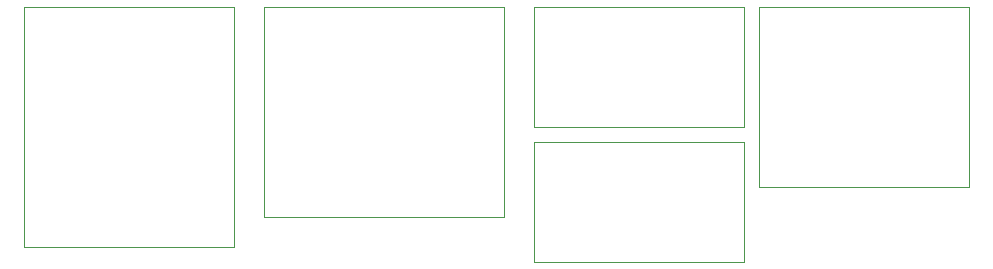
<source format=gbr>
%TF.GenerationSoftware,KiCad,Pcbnew,7.0.10*%
%TF.CreationDate,2024-01-22T07:53:43+01:00*%
%TF.ProjectId,smd_breadboard,736d645f-6272-4656-9164-626f6172642e,rev?*%
%TF.SameCoordinates,Original*%
%TF.FileFunction,Profile,NP*%
%FSLAX46Y46*%
G04 Gerber Fmt 4.6, Leading zero omitted, Abs format (unit mm)*
G04 Created by KiCad (PCBNEW 7.0.10) date 2024-01-22 07:53:43*
%MOMM*%
%LPD*%
G01*
G04 APERTURE LIST*
%TA.AperFunction,Profile*%
%ADD10C,0.100000*%
%TD*%
G04 APERTURE END LIST*
D10*
X171450000Y-62230000D02*
X153670000Y-62230000D01*
X172720000Y-62230000D02*
X172720000Y-77470000D01*
X171450000Y-73660000D02*
X153670000Y-73660000D01*
X190500000Y-62230000D02*
X172720000Y-62230000D01*
X153670000Y-62230000D02*
X153670000Y-72390000D01*
X172720000Y-77470000D02*
X190500000Y-77470000D01*
X110490000Y-82550000D02*
X110490000Y-62230000D01*
X153670000Y-73660000D02*
X153670000Y-83820000D01*
X153670000Y-72390000D02*
X171450000Y-72390000D01*
X190500000Y-77470000D02*
X190500000Y-62230000D01*
X128270000Y-82550000D02*
X110490000Y-82550000D01*
X110490000Y-62230000D02*
X128270000Y-62230000D01*
X151130000Y-62230000D02*
X130810000Y-62230000D01*
X130810000Y-62230000D02*
X130810000Y-80010000D01*
X151130000Y-80010000D02*
X151130000Y-62230000D01*
X130810000Y-80010000D02*
X151130000Y-80010000D01*
X171450000Y-83820000D02*
X171450000Y-73660000D01*
X171450000Y-72390000D02*
X171450000Y-62230000D01*
X128270000Y-62230000D02*
X128270000Y-82550000D01*
X153670000Y-83820000D02*
X171450000Y-83820000D01*
M02*

</source>
